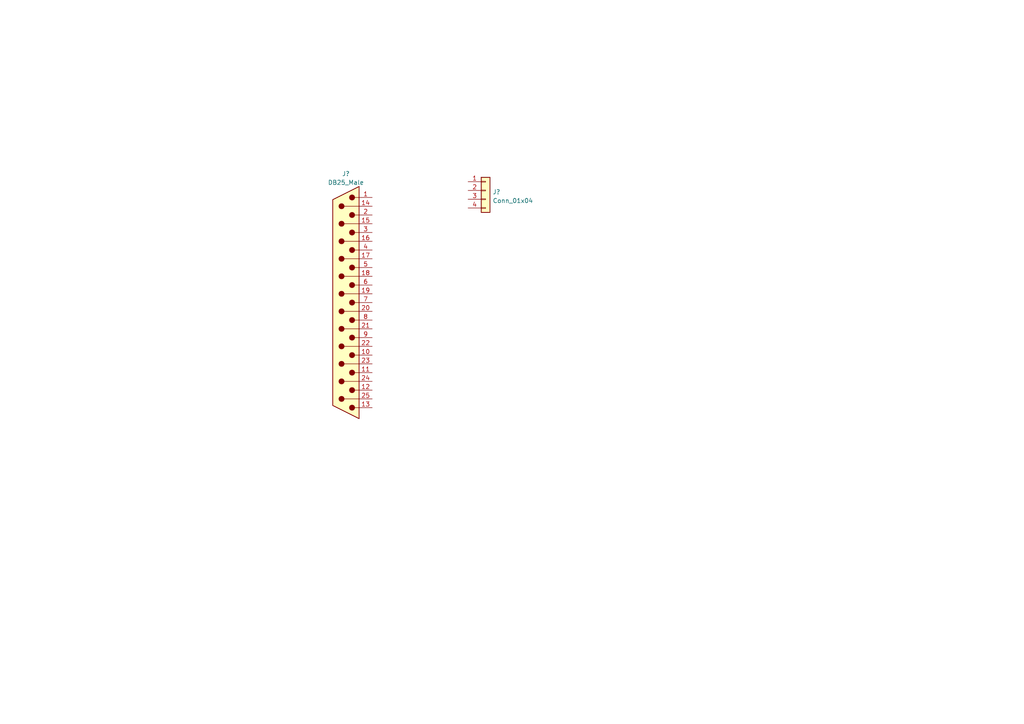
<source format=kicad_sch>
(kicad_sch (version 20211123) (generator eeschema)
  (paper "A4")
  (lib_symbols
    (symbol "Connector:DB25_Male" (pin_names (offset 1.016) hide)
      (property "Reference" "J" (at 0 34.29 0))
      (property "Value" "DB25_Male" (at 0 -34.925 0))
      (symbol "DB25_Male_0_1"
        (circle (center -1.778 -30.48) (radius 0.762) (fill (type outline)))
        (circle (center -1.778 -25.4) (radius 0.762) (fill (type outline)))
        (circle (center -1.778 -20.32) (radius 0.762) (fill (type outline)))
        (circle (center -1.778 -15.24) (radius 0.762) (fill (type outline)))
        (circle (center -1.778 -10.16) (radius 0.762) (fill (type outline)))
        (circle (center -1.778 -5.08) (radius 0.762) (fill (type outline)))
        (circle (center -1.778 0) (radius 0.762) (fill (type outline)))
        (circle (center -1.778 5.08) (radius 0.762) (fill (type outline)))
        (circle (center -1.778 10.16) (radius 0.762) (fill (type outline)))
        (circle (center -1.778 15.24) (radius 0.762) (fill (type outline)))
        (circle (center -1.778 20.32) (radius 0.762) (fill (type outline)))
        (circle (center -1.778 25.4) (radius 0.762) (fill (type outline)))
        (circle (center -1.778 30.48) (radius 0.762) (fill (type outline)))
        (polyline (pts (xy -3.81 -30.48) (xy -2.54 -30.48)))
        (polyline (pts (xy -3.81 -27.94) (xy 0.508 -27.94)))
        (polyline (pts (xy -3.81 -25.4) (xy -2.54 -25.4)))
        (polyline (pts (xy -3.81 -22.86) (xy 0.508 -22.86)))
        (polyline (pts (xy -3.81 -20.32) (xy -2.54 -20.32)))
        (polyline (pts (xy -3.81 -17.78) (xy 0.508 -17.78)))
        (polyline (pts (xy -3.81 -15.24) (xy -2.54 -15.24)))
        (polyline (pts (xy -3.81 -12.7) (xy 0.508 -12.7)))
        (polyline (pts (xy -3.81 -10.16) (xy -2.54 -10.16)))
        (polyline (pts (xy -3.81 -7.62) (xy 0.508 -7.62)))
        (polyline (pts (xy -3.81 -5.08) (xy -2.54 -5.08)))
        (polyline (pts (xy -3.81 -2.54) (xy 0.508 -2.54)))
        (polyline (pts (xy -3.81 0) (xy -2.54 0)))
        (polyline (pts (xy -3.81 2.54) (xy 0.508 2.54)))
        (polyline (pts (xy -3.81 5.08) (xy -2.54 5.08)))
        (polyline (pts (xy -3.81 7.62) (xy 0.508 7.62)))
        (polyline (pts (xy -3.81 10.16) (xy -2.54 10.16)))
        (polyline (pts (xy -3.81 12.7) (xy 0.508 12.7)))
        (polyline (pts (xy -3.81 15.24) (xy -2.54 15.24)))
        (polyline (pts (xy -3.81 17.78) (xy 0.508 17.78)))
        (polyline (pts (xy -3.81 20.32) (xy -2.54 20.32)))
        (polyline (pts (xy -3.81 22.86) (xy 0.508 22.86)))
        (polyline (pts (xy -3.81 25.4) (xy -2.54 25.4)))
        (polyline (pts (xy -3.81 27.94) (xy 0.508 27.94)))
        (polyline (pts (xy -3.81 30.48) (xy -2.54 30.48)))
        (polyline (pts (xy -3.81 -33.655) (xy 3.81 -29.845) (xy 3.81 29.845) (xy -3.81 33.655) (xy -3.81 -33.655)) (stroke (width 0.254)) (fill (type background)))
        (circle (center 1.27 -27.94) (radius 0.762) (fill (type outline)))
        (circle (center 1.27 -22.86) (radius 0.762) (fill (type outline)))
        (circle (center 1.27 -17.78) (radius 0.762) (fill (type outline)))
        (circle (center 1.27 -12.7) (radius 0.762) (fill (type outline)))
        (circle (center 1.27 -7.62) (radius 0.762) (fill (type outline)))
        (circle (center 1.27 -2.54) (radius 0.762) (fill (type outline)))
        (circle (center 1.27 2.54) (radius 0.762) (fill (type outline)))
        (circle (center 1.27 7.62) (radius 0.762) (fill (type outline)))
        (circle (center 1.27 12.7) (radius 0.762) (fill (type outline)))
        (circle (center 1.27 17.78) (radius 0.762) (fill (type outline)))
        (circle (center 1.27 22.86) (radius 0.762) (fill (type outline)))
        (circle (center 1.27 27.94) (radius 0.762) (fill (type outline)))
      )
      (symbol "DB25_Male_1_1"
        (pin passive line (at -7.62 -30.48 0) (length 3.81) (name "1") (number "1"))
        (pin passive line (at -7.62 15.24 0) (length 3.81) (name "10") (number "10"))
        (pin passive line (at -7.62 20.32 0) (length 3.81) (name "11") (number "11"))
        (pin passive line (at -7.62 25.4 0) (length 3.81) (name "12") (number "12"))
        (pin passive line (at -7.62 30.48 0) (length 3.81) (name "13") (number "13"))
        (pin passive line (at -7.62 -27.94 0) (length 3.81) (name "P14") (number "14"))
        (pin passive line (at -7.62 -22.86 0) (length 3.81) (name "P15") (number "15"))
        (pin passive line (at -7.62 -17.78 0) (length 3.81) (name "P16") (number "16"))
        (pin passive line (at -7.62 -12.7 0) (length 3.81) (name "P17") (number "17"))
        (pin passive line (at -7.62 -7.62 0) (length 3.81) (name "P18") (number "18"))
        (pin passive line (at -7.62 -2.54 0) (length 3.81) (name "P19") (number "19"))
        (pin passive line (at -7.62 -25.4 0) (length 3.81) (name "2") (number "2"))
        (pin passive line (at -7.62 2.54 0) (length 3.81) (name "P20") (number "20"))
        (pin passive line (at -7.62 7.62 0) (length 3.81) (name "P21") (number "21"))
        (pin passive line (at -7.62 12.7 0) (length 3.81) (name "P22") (number "22"))
        (pin passive line (at -7.62 17.78 0) (length 3.81) (name "P23") (number "23"))
        (pin passive line (at -7.62 22.86 0) (length 3.81) (name "P24") (number "24"))
        (pin passive line (at -7.62 27.94 0) (length 3.81) (name "P25") (number "25"))
        (pin passive line (at -7.62 -20.32 0) (length 3.81) (name "3") (number "3"))
        (pin passive line (at -7.62 -15.24 0) (length 3.81) (name "4") (number "4"))
        (pin passive line (at -7.62 -10.16 0) (length 3.81) (name "5") (number "5"))
        (pin passive line (at -7.62 -5.08 0) (length 3.81) (name "6") (number "6"))
        (pin passive line (at -7.62 0 0) (length 3.81) (name "7") (number "7"))
        (pin passive line (at -7.62 5.08 0) (length 3.81) (name "8") (number "8"))
        (pin passive line (at -7.62 10.16 0) (length 3.81) (name "9") (number "9"))
      )
    )
    (symbol "Connector_Generic:Conn_01x04" (pin_names (offset 1.016) hide)
      (property "Reference" "J" (at 0 5.08 0))
      (property "Value" "Conn_01x04" (at 0 -7.62 0))
      (symbol "Conn_01x04_1_1"
        (rectangle (start -1.27 -4.953) (end 0 -5.207) (stroke (width 0.1524)))
        (rectangle (start -1.27 -2.413) (end 0 -2.667) (stroke (width 0.1524)))
        (rectangle (start -1.27 0.127) (end 0 -0.127) (stroke (width 0.1524)))
        (rectangle (start -1.27 2.667) (end 0 2.413) (stroke (width 0.1524)))
        (rectangle (start -1.27 3.81) (end 1.27 -6.35) (stroke (width 0.254)) (fill (type background)))
        (pin passive line (at -5.08 2.54 0) (length 3.81) (name "Pin_1") (number "1"))
        (pin passive line (at -5.08 0 0) (length 3.81) (name "Pin_2") (number "2"))
        (pin passive line (at -5.08 -2.54 0) (length 3.81) (name "Pin_3") (number "3"))
        (pin passive line (at -5.08 -5.08 0) (length 3.81) (name "Pin_4") (number "4"))
      )
    )
  )
  (symbol (lib_id "Connector_Generic:Conn_01x04") (at 140.843 55.245 0) (unit 1)
    (property "Reference" "J?" (at 142.875 55.6803 0) (effects (justify left)))
    (property "Value" "Conn_01x04" (at 142.875 58.2172 0) (effects (justify left)))
  )
  (symbol (lib_id "Connector:DB25_Male") (at 100.33 87.757 180) (unit 1)
    (property "Reference" "J?" (at 100.33 50.4022 0))
    (property "Value" "DB25_Male" (at 100.33 52.9391 0))
    (property "Datasheet" " ~" (effects hide))
  )
)
</source>
